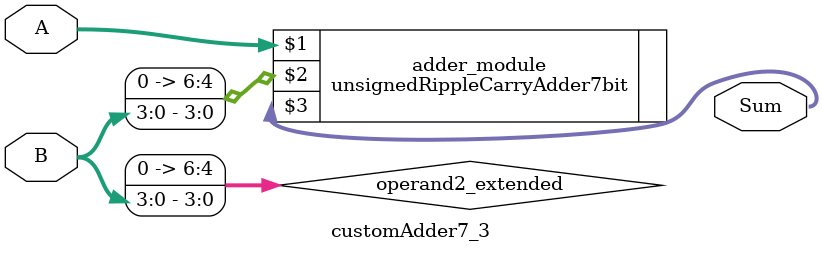
<source format=v>

module customAdder7_3(
                    input [6 : 0] A,
                    input [3 : 0] B,
                    
                    output [7 : 0] Sum
            );

    wire [6 : 0] operand2_extended;
    
    assign operand2_extended =  {3'b0, B};
    
    unsignedRippleCarryAdder7bit adder_module(
        A,
        operand2_extended,
        Sum
    );
    
endmodule
        
</source>
